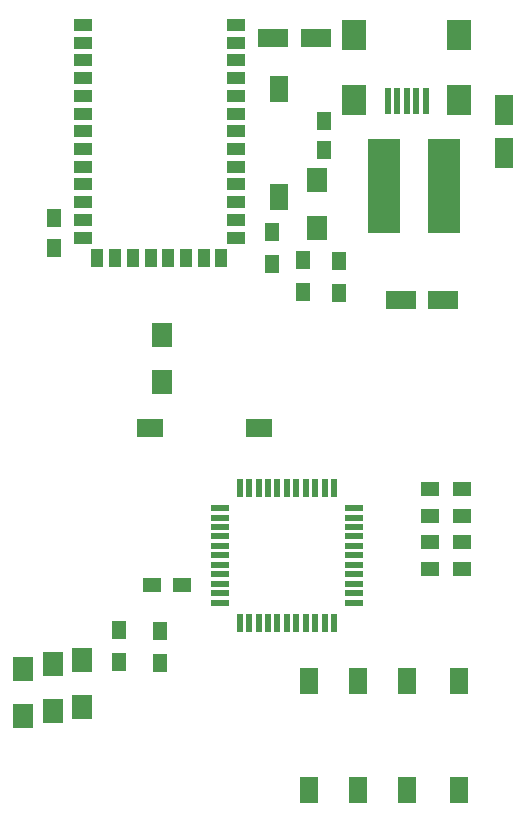
<source format=gbr>
G04 #@! TF.GenerationSoftware,KiCad,Pcbnew,(5.1.5)-3*
G04 #@! TF.CreationDate,2023-05-21T11:01:34-04:00*
G04 #@! TF.ProjectId,In_Board_Gnia,496e5f42-6f61-4726-945f-476e69612e6b,rev?*
G04 #@! TF.SameCoordinates,Original*
G04 #@! TF.FileFunction,Paste,Top*
G04 #@! TF.FilePolarity,Positive*
%FSLAX46Y46*%
G04 Gerber Fmt 4.6, Leading zero omitted, Abs format (unit mm)*
G04 Created by KiCad (PCBNEW (5.1.5)-3) date 2023-05-21 11:01:34*
%MOMM*%
%LPD*%
G04 APERTURE LIST*
%ADD10R,1.600000X2.600000*%
%ADD11R,2.600000X1.600000*%
%ADD12R,1.500000X1.250000*%
%ADD13R,1.250000X1.500000*%
%ADD14R,1.500000X1.300000*%
%ADD15R,1.300000X1.500000*%
%ADD16R,0.500000X2.300000*%
%ADD17R,2.000000X2.500000*%
%ADD18R,2.700000X8.000000*%
%ADD19R,1.700000X2.000000*%
%ADD20R,1.600000X2.180000*%
%ADD21R,2.180000X1.600000*%
%ADD22R,1.500000X0.550000*%
%ADD23R,0.550000X1.500000*%
%ADD24R,1.500000X1.000000*%
%ADD25R,1.000000X1.500000*%
G04 APERTURE END LIST*
D10*
X79971900Y-67522500D03*
X79971900Y-63922500D03*
D11*
X60430000Y-57785000D03*
X64030000Y-57785000D03*
X71225000Y-80010000D03*
X74825000Y-80010000D03*
D12*
X50185000Y-104140000D03*
X52685000Y-104140000D03*
D13*
X41910000Y-73045000D03*
X41910000Y-75545000D03*
D14*
X73707000Y-102743000D03*
X76407000Y-102743000D03*
X73707000Y-100457000D03*
X76407000Y-100457000D03*
X73707000Y-98298000D03*
X76407000Y-98298000D03*
X73707000Y-96012000D03*
X76407000Y-96012000D03*
D15*
X65989200Y-79378800D03*
X65989200Y-76678800D03*
X62941200Y-79328000D03*
X62941200Y-76628000D03*
X50825400Y-107997000D03*
X50825400Y-110697000D03*
X47345600Y-107920800D03*
X47345600Y-110620800D03*
X60325000Y-76915000D03*
X60325000Y-74215000D03*
D16*
X73355000Y-63125000D03*
X72555000Y-63125000D03*
X71755000Y-63125000D03*
X70955000Y-63125000D03*
X70155000Y-63125000D03*
D17*
X76205000Y-63025000D03*
X76205000Y-57525000D03*
X67305000Y-63025000D03*
X67305000Y-57525000D03*
D18*
X74914600Y-70345300D03*
X69814600Y-70345300D03*
D19*
X39217600Y-115212880D03*
X39217600Y-111212880D03*
X41752520Y-114821720D03*
X41752520Y-110821720D03*
X44256960Y-114440720D03*
X44256960Y-110440720D03*
X51015900Y-86906100D03*
X51015900Y-82906100D03*
X64135000Y-69850000D03*
X64135000Y-73850000D03*
D20*
X63500000Y-112250000D03*
X63500000Y-121430000D03*
X67614800Y-112250000D03*
X67614800Y-121430000D03*
X71755000Y-112250000D03*
X71755000Y-121430000D03*
X76200000Y-112250000D03*
X76200000Y-121430000D03*
D21*
X59200000Y-90805000D03*
X50020000Y-90805000D03*
D20*
X60960000Y-62085000D03*
X60960000Y-71265000D03*
D22*
X55895000Y-97600000D03*
X55895000Y-98400000D03*
X55895000Y-99200000D03*
X55895000Y-100000000D03*
X55895000Y-100800000D03*
X55895000Y-101600000D03*
X55895000Y-102400000D03*
X55895000Y-103200000D03*
X55895000Y-104000000D03*
X55895000Y-104800000D03*
X55895000Y-105600000D03*
D23*
X57595000Y-107300000D03*
X58395000Y-107300000D03*
X59195000Y-107300000D03*
X59995000Y-107300000D03*
X60795000Y-107300000D03*
X61595000Y-107300000D03*
X62395000Y-107300000D03*
X63195000Y-107300000D03*
X63995000Y-107300000D03*
X64795000Y-107300000D03*
X65595000Y-107300000D03*
D22*
X67295000Y-105600000D03*
X67295000Y-104800000D03*
X67295000Y-104000000D03*
X67295000Y-103200000D03*
X67295000Y-102400000D03*
X67295000Y-101600000D03*
X67295000Y-100800000D03*
X67295000Y-100000000D03*
X67295000Y-99200000D03*
X67295000Y-98400000D03*
X67295000Y-97600000D03*
D23*
X65595000Y-95900000D03*
X64795000Y-95900000D03*
X63995000Y-95900000D03*
X63195000Y-95900000D03*
X62395000Y-95900000D03*
X61595000Y-95900000D03*
X60795000Y-95900000D03*
X59995000Y-95900000D03*
X59195000Y-95900000D03*
X58395000Y-95900000D03*
X57595000Y-95900000D03*
D24*
X57300000Y-56700000D03*
X57300000Y-58200000D03*
X57300000Y-59700000D03*
X57300000Y-61200000D03*
X57300000Y-62700000D03*
X57300000Y-64200000D03*
X57300000Y-65700000D03*
X57300000Y-67200000D03*
X57300000Y-68700000D03*
X57300000Y-70200000D03*
X57300000Y-71700000D03*
X57300000Y-73200000D03*
X57300000Y-74700000D03*
D25*
X45550000Y-76450000D03*
D24*
X44300000Y-74700000D03*
X44300000Y-73200000D03*
X44300000Y-71700000D03*
X44300000Y-70200000D03*
X44300000Y-68700000D03*
X44300000Y-67200000D03*
X44300000Y-65700000D03*
X44300000Y-64200000D03*
X44300000Y-62700000D03*
X44300000Y-61200000D03*
X44300000Y-59700000D03*
X44300000Y-58200000D03*
X44300000Y-56700000D03*
D25*
X47050000Y-76450000D03*
X48550000Y-76450000D03*
X50050000Y-76450000D03*
X51550000Y-76450000D03*
X53050000Y-76450000D03*
X54550000Y-76450000D03*
X56050000Y-76450000D03*
D13*
X64770000Y-64790000D03*
X64770000Y-67290000D03*
M02*

</source>
